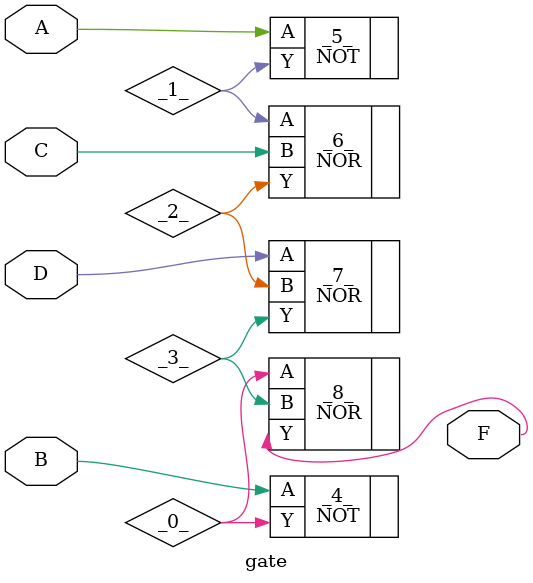
<source format=v>
/* Generated by Yosys 0.16+41 (git sha1 UNKNOWN, clang 3.4.2 -fPIC -Os) */

(* src = "zad1_f_1.v:1.1-3.10" *)
module gate(A, B, C, D, F);
  wire _0_;
  wire _1_;
  wire _2_;
  wire _3_;
  (* src = "zad1_f_1.v:1.21-1.22" *)
  input A;
  wire A;
  (* src = "zad1_f_1.v:1.24-1.25" *)
  input B;
  wire B;
  (* src = "zad1_f_1.v:1.27-1.28" *)
  input C;
  wire C;
  (* src = "zad1_f_1.v:1.30-1.31" *)
  input D;
  wire D;
  (* src = "zad1_f_1.v:1.40-1.41" *)
  output F;
  wire F;
  NOT _4_ (
    .A(B),
    .Y(_0_)
  );
  NOT _5_ (
    .A(A),
    .Y(_1_)
  );
  NOR _6_ (
    .A(_1_),
    .B(C),
    .Y(_2_)
  );
  NOR _7_ (
    .A(D),
    .B(_2_),
    .Y(_3_)
  );
  NOR _8_ (
    .A(_0_),
    .B(_3_),
    .Y(F)
  );
endmodule

</source>
